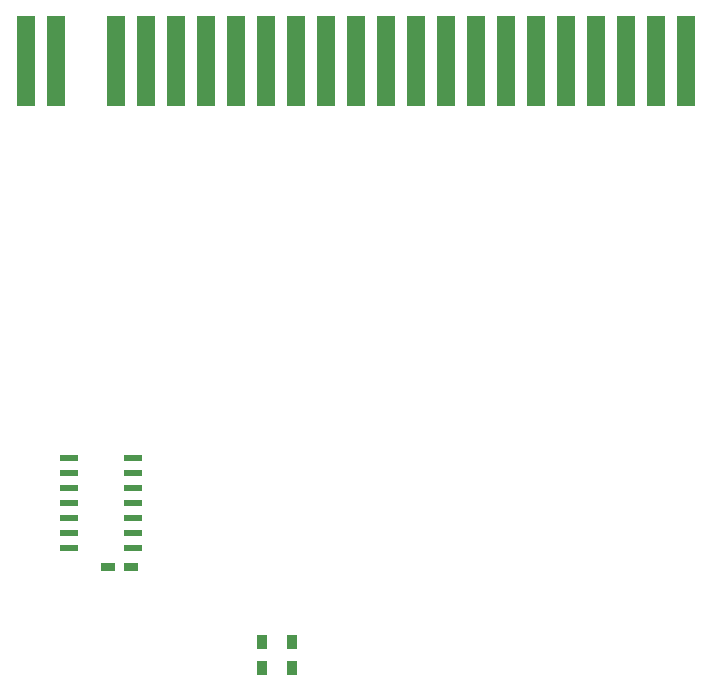
<source format=gbp>
%TF.GenerationSoftware,KiCad,Pcbnew,(5.1.8)-1*%
%TF.CreationDate,2020-12-05T18:28:33+00:00*%
%TF.ProjectId,ZX21,5a583231-2e6b-4696-9361-645f70636258,v01*%
%TF.SameCoordinates,Original*%
%TF.FileFunction,Paste,Bot*%
%TF.FilePolarity,Positive*%
%FSLAX46Y46*%
G04 Gerber Fmt 4.6, Leading zero omitted, Abs format (unit mm)*
G04 Created by KiCad (PCBNEW (5.1.8)-1) date 2020-12-05 18:28:33*
%MOMM*%
%LPD*%
G01*
G04 APERTURE LIST*
%ADD10R,0.900000X1.200000*%
%ADD11R,1.200000X0.750000*%
%ADD12R,1.500000X0.600000*%
%ADD13R,1.524000X7.620000*%
G04 APERTURE END LIST*
D10*
%TO.C,R106*%
X137795000Y-93027500D03*
X137795000Y-90827500D03*
%TD*%
D11*
%TO.C,C105*%
X124140000Y-84455000D03*
X122240000Y-84455000D03*
%TD*%
D10*
%TO.C,R105*%
X135255000Y-93005000D03*
X135255000Y-90805000D03*
%TD*%
D12*
%TO.C,IC102*%
X118902500Y-82867500D03*
X118902500Y-81597500D03*
X118902500Y-80327500D03*
X118902500Y-79057500D03*
X118902500Y-77787500D03*
X118902500Y-76517500D03*
X118902500Y-75247500D03*
X124302500Y-75247500D03*
X124302500Y-76517500D03*
X124302500Y-77787500D03*
X124302500Y-79057500D03*
X124302500Y-80327500D03*
X124302500Y-81597500D03*
X124302500Y-82867500D03*
%TD*%
D13*
%TO.C,EDGE1*%
X148272500Y-41592500D03*
X150812500Y-41592500D03*
X153352500Y-41592500D03*
X155892500Y-41592500D03*
X166052500Y-41592500D03*
X163512500Y-41592500D03*
X160972500Y-41592500D03*
X158432500Y-41592500D03*
X171132500Y-41592500D03*
X168592500Y-41592500D03*
X127952500Y-41592500D03*
X130492500Y-41592500D03*
X133032500Y-41592500D03*
X135572500Y-41592500D03*
X145732500Y-41592500D03*
X143192500Y-41592500D03*
X140652500Y-41592500D03*
X138112500Y-41592500D03*
X125412500Y-41592500D03*
X122872500Y-41592500D03*
X117792500Y-41592500D03*
X115252500Y-41592500D03*
%TD*%
M02*

</source>
